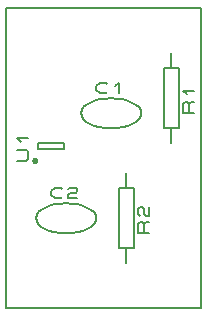
<source format=gbr>
G04 PROTEUS GERBER X2 FILE*
%TF.GenerationSoftware,Labcenter,Proteus,8.5-SP0-Build22067*%
%TF.CreationDate,2020-12-07T21:36:56+00:00*%
%TF.FileFunction,Legend,Top*%
%TF.FilePolarity,Positive*%
%TF.Part,Single*%
%FSLAX45Y45*%
%MOMM*%
G01*
%TA.AperFunction,Material*%
%ADD14C,0.203200*%
%ADD15C,0.250000*%
%ADD16C,0.200000*%
%TA.AperFunction,Profile*%
%ADD13C,0.203200*%
D14*
X-3048000Y+1270000D02*
X-3042920Y+1295876D01*
X-3028315Y+1319848D01*
X-3005138Y+1341438D01*
X-2974340Y+1360170D01*
X-2936875Y+1375569D01*
X-2893695Y+1387158D01*
X-2845752Y+1394460D01*
X-2794000Y+1397000D01*
X-2540000Y+1270000D02*
X-2545080Y+1295876D01*
X-2559685Y+1319848D01*
X-2582862Y+1341438D01*
X-2613660Y+1360170D01*
X-2651125Y+1375569D01*
X-2694305Y+1387158D01*
X-2742248Y+1394460D01*
X-2794000Y+1397000D01*
X-3048000Y+1270000D02*
X-3042920Y+1244124D01*
X-3028315Y+1220152D01*
X-3005138Y+1198562D01*
X-2974340Y+1179830D01*
X-2936875Y+1164431D01*
X-2893695Y+1152842D01*
X-2845752Y+1145540D01*
X-2794000Y+1143000D01*
X-2540000Y+1270000D02*
X-2545080Y+1244124D01*
X-2559685Y+1220152D01*
X-2582862Y+1198562D01*
X-2613660Y+1179830D01*
X-2651125Y+1164431D01*
X-2694305Y+1152842D01*
X-2742248Y+1145540D01*
X-2794000Y+1143000D01*
X-2825750Y+1452880D02*
X-2841625Y+1437640D01*
X-2889250Y+1437640D01*
X-2921000Y+1468120D01*
X-2921000Y+1498600D01*
X-2889250Y+1529080D01*
X-2841625Y+1529080D01*
X-2825750Y+1513840D01*
X-2762250Y+1498600D02*
X-2730500Y+1529080D01*
X-2730500Y+1437640D01*
X-3429000Y+381000D02*
X-3423920Y+406876D01*
X-3409315Y+430848D01*
X-3386138Y+452438D01*
X-3355340Y+471170D01*
X-3317875Y+486569D01*
X-3274695Y+498158D01*
X-3226752Y+505460D01*
X-3175000Y+508000D01*
X-2921000Y+381000D02*
X-2926080Y+406876D01*
X-2940685Y+430848D01*
X-2963862Y+452438D01*
X-2994660Y+471170D01*
X-3032125Y+486569D01*
X-3075305Y+498158D01*
X-3123248Y+505460D01*
X-3175000Y+508000D01*
X-3429000Y+381000D02*
X-3423920Y+355124D01*
X-3409315Y+331152D01*
X-3386138Y+309562D01*
X-3355340Y+290830D01*
X-3317875Y+275431D01*
X-3274695Y+263842D01*
X-3226752Y+256540D01*
X-3175000Y+254000D01*
X-2921000Y+381000D02*
X-2926080Y+355124D01*
X-2940685Y+331152D01*
X-2963862Y+309562D01*
X-2994660Y+290830D01*
X-3032125Y+275431D01*
X-3075305Y+263842D01*
X-3123248Y+256540D01*
X-3175000Y+254000D01*
X-3206750Y+563880D02*
X-3222625Y+548640D01*
X-3270250Y+548640D01*
X-3302000Y+579120D01*
X-3302000Y+609600D01*
X-3270250Y+640080D01*
X-3222625Y+640080D01*
X-3206750Y+624840D01*
X-3159125Y+624840D02*
X-3143250Y+640080D01*
X-3095625Y+640080D01*
X-3079750Y+624840D01*
X-3079750Y+609600D01*
X-3095625Y+594360D01*
X-3143250Y+594360D01*
X-3159125Y+579120D01*
X-3159125Y+548640D01*
X-3079750Y+548640D01*
X-2286000Y+1778000D02*
X-2286000Y+1651000D01*
X-2349500Y+1143000D02*
X-2222500Y+1143000D01*
X-2222500Y+1651000D01*
X-2349500Y+1651000D01*
X-2349500Y+1143000D01*
X-2286000Y+1143000D02*
X-2286000Y+1016000D01*
X-2090420Y+1270000D02*
X-2181860Y+1270000D01*
X-2181860Y+1349375D01*
X-2166620Y+1365250D01*
X-2151380Y+1365250D01*
X-2136140Y+1349375D01*
X-2136140Y+1270000D01*
X-2136140Y+1349375D02*
X-2120900Y+1365250D01*
X-2090420Y+1365250D01*
X-2151380Y+1428750D02*
X-2181860Y+1460500D01*
X-2090420Y+1460500D01*
X-2667000Y+762000D02*
X-2667000Y+635000D01*
X-2730500Y+127000D02*
X-2603500Y+127000D01*
X-2603500Y+635000D01*
X-2730500Y+635000D01*
X-2730500Y+127000D01*
X-2667000Y+127000D02*
X-2667000Y+0D01*
X-2471420Y+254000D02*
X-2562860Y+254000D01*
X-2562860Y+333375D01*
X-2547620Y+349250D01*
X-2532380Y+349250D01*
X-2517140Y+333375D01*
X-2517140Y+254000D01*
X-2517140Y+333375D02*
X-2501900Y+349250D01*
X-2471420Y+349250D01*
X-2547620Y+396875D02*
X-2562860Y+412750D01*
X-2562860Y+460375D01*
X-2547620Y+476250D01*
X-2532380Y+476250D01*
X-2517140Y+460375D01*
X-2517140Y+412750D01*
X-2501900Y+396875D01*
X-2471420Y+396875D01*
X-2471420Y+476250D01*
D15*
X-3429500Y+869000D02*
X-3429543Y+870039D01*
X-3429895Y+872118D01*
X-3430632Y+874197D01*
X-3431836Y+876276D01*
X-3433677Y+878326D01*
X-3435756Y+879829D01*
X-3437835Y+880786D01*
X-3439914Y+881325D01*
X-3441993Y+881500D01*
X-3442000Y+881500D01*
X-3454500Y+869000D02*
X-3454457Y+870039D01*
X-3454105Y+872118D01*
X-3453368Y+874197D01*
X-3452164Y+876276D01*
X-3450323Y+878326D01*
X-3448244Y+879829D01*
X-3446165Y+880786D01*
X-3444086Y+881325D01*
X-3442007Y+881500D01*
X-3442000Y+881500D01*
X-3454500Y+869000D02*
X-3454457Y+867961D01*
X-3454105Y+865882D01*
X-3453368Y+863803D01*
X-3452164Y+861724D01*
X-3450323Y+859674D01*
X-3448244Y+858171D01*
X-3446165Y+857214D01*
X-3444086Y+856675D01*
X-3442007Y+856500D01*
X-3442000Y+856500D01*
X-3429500Y+869000D02*
X-3429543Y+867961D01*
X-3429895Y+865882D01*
X-3430632Y+863803D01*
X-3431836Y+861724D01*
X-3433677Y+859674D01*
X-3435756Y+858171D01*
X-3437835Y+857214D01*
X-3439914Y+856675D01*
X-3441993Y+856500D01*
X-3442000Y+856500D01*
D16*
X-3192000Y+969000D02*
X-3192000Y+1019000D01*
X-3412000Y+1019000D01*
X-3412000Y+969000D01*
X-3192000Y+969000D01*
D14*
X-3588920Y+867000D02*
X-3512720Y+867000D01*
X-3497480Y+882875D01*
X-3497480Y+946375D01*
X-3512720Y+962250D01*
X-3588920Y+962250D01*
X-3558440Y+1025750D02*
X-3588920Y+1057500D01*
X-3497480Y+1057500D01*
D13*
X-3683000Y-381000D02*
X-2032000Y-381000D01*
X-2032000Y+2159000D01*
X-3683000Y+2159000D01*
X-3683000Y-381000D01*
M02*

</source>
